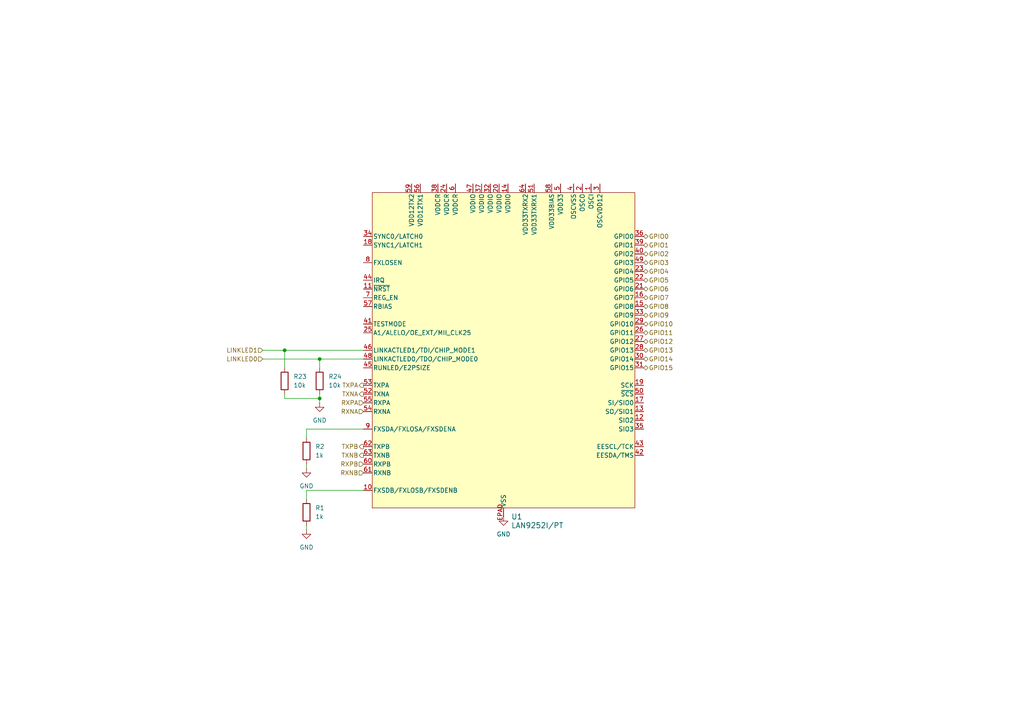
<source format=kicad_sch>
(kicad_sch (version 20231120) (generator "eeschema") (generator_version "8.0")
  (paper "A4")
  (lib_symbols
    (symbol "Device:R" (pin_numbers hide) (pin_names (offset 0))
      (property "Reference" "R" (at 2.032 0 90))
      (property "Value" "R" (at 0 0 90))
      (symbol "R_0_1"
        (rectangle (start -1.016 -2.54) (end 1.016 2.54) (stroke (width 0.254)))
      )
      (symbol "R_1_1"
        (pin passive line (at 0 3.81 270) (length 1.27) (name "~") (number "1"))
        (pin passive line (at 0 -3.81 90) (length 1.27) (name "~") (number "2"))
      )
    )
    (symbol "NITNC:LAN9252I_PT" (pin_names (offset 0.254))
      (property "Reference" "U" (at 106.68 10.16 0))
      (property "Value" "LAN9252I/PT" (at 106.68 7.62 0))
      (symbol "LAN9252I_PT_0_1"
        (pin power_in line (at 25.4 2.54 270) (length 2.54) (name "OSCI") (number "1"))
        (pin unspecified line (at -40.64 -86.36 0) (length 2.54) (name "FXSDB/FXLOSB/FXSDENB") (number "10"))
        (pin power_in line (at 1.27 2.54 270) (length 2.54) (name "VDDIO") (number "14"))
        (pin unspecified line (at -40.64 -15.24 0) (length 2.54) (name "SYNC1/LATCH1") (number "18"))
        (pin power_in line (at 22.86 2.54 270) (length 2.54) (name "OSCO") (number "2"))
        (pin power_in line (at -1.27 2.54 270) (length 2.54) (name "VDDIO") (number "20"))
        (pin power_in line (at -16.51 2.54 270) (length 2.54) (name "VDDCR") (number "24"))
        (pin unspecified line (at -40.64 -40.64 0) (length 2.54) (name "A1/ALELO/OE_EXT/MII_CLK25") (number "25"))
        (pin power_in line (at 27.94 2.54 270) (length 2.54) (name "OSCVDD12") (number "3"))
        (pin power_in line (at -3.81 2.54 270) (length 2.54) (name "VDDIO") (number "32"))
        (pin unspecified line (at -40.64 -12.7 0) (length 2.54) (name "SYNC0/LATCH0") (number "34"))
        (pin power_in line (at -6.35 2.54 270) (length 2.54) (name "VDDIO") (number "37"))
        (pin power_in line (at -19.05 2.54 270) (length 2.54) (name "VDDCR") (number "38"))
        (pin power_in line (at 20.32 2.54 270) (length 2.54) (name "OSCVSS") (number "4"))
        (pin unspecified line (at -40.64 -38.1 0) (length 2.54) (name "TESTMODE") (number "41"))
        (pin unspecified line (at 40.64 -76.2 180) (length 2.54) (name "EESDA/TMS") (number "42"))
        (pin unspecified line (at 40.64 -73.66 180) (length 2.54) (name "EESCL/TCK") (number "43"))
        (pin unspecified line (at -40.64 -25.4 0) (length 2.54) (name "IRQ") (number "44"))
        (pin unspecified line (at -40.64 -50.8 0) (length 2.54) (name "RUNLED/E2PSIZE") (number "45"))
        (pin unspecified line (at -40.64 -45.72 0) (length 2.54) (name "LINKACTLED1/TDI/CHIP_MODE1") (number "46"))
        (pin power_in line (at -8.89 2.54 270) (length 2.54) (name "VDDIO") (number "47"))
        (pin unspecified line (at -40.64 -48.26 0) (length 2.54) (name "LINKACTLED0/TDO/CHIP_MODE0") (number "48"))
        (pin power_in line (at 16.51 2.54 270) (length 2.54) (name "VDD33") (number "5"))
        (pin power_in line (at 8.89 2.54 270) (length 2.54) (name "VDD33TXRX1") (number "51"))
        (pin unspecified line (at -40.64 -58.42 0) (length 2.54) (name "TXNA") (number "52"))
        (pin unspecified line (at -40.64 -55.88 0) (length 2.54) (name "TXPA") (number "53"))
        (pin unspecified line (at -40.64 -63.5 0) (length 2.54) (name "RXNA") (number "54"))
        (pin unspecified line (at -40.64 -60.96 0) (length 2.54) (name "RXPA") (number "55"))
        (pin power_in line (at -24.13 2.54 270) (length 2.54) (name "VDD12TX1") (number "56"))
        (pin unspecified line (at -40.64 -33.02 0) (length 2.54) (name "RBIAS") (number "57"))
        (pin power_in line (at 13.97 2.54 270) (length 2.54) (name "VDD33BIAS") (number "58"))
        (pin power_in line (at -26.67 2.54 270) (length 2.54) (name "VDD12TX2") (number "59"))
        (pin power_in line (at -13.97 2.54 270) (length 2.54) (name "VDDCR") (number "6"))
        (pin unspecified line (at -40.64 -78.74 0) (length 2.54) (name "RXPB") (number "60"))
        (pin unspecified line (at -40.64 -81.28 0) (length 2.54) (name "RXNB") (number "61"))
        (pin unspecified line (at -40.64 -73.66 0) (length 2.54) (name "TXPB") (number "62"))
        (pin unspecified line (at -40.64 -76.2 0) (length 2.54) (name "TXNB") (number "63"))
        (pin power_in line (at 6.35 2.54 270) (length 2.54) (name "VDD33TXRX2") (number "64"))
        (pin unspecified line (at -40.64 -30.48 0) (length 2.54) (name "REG_EN") (number "7"))
        (pin unspecified line (at -40.64 -20.32 0) (length 2.54) (name "FXLOSEN") (number "8"))
        (pin unspecified line (at -40.64 -68.58 0) (length 2.54) (name "FXSDA/FXLOSA/FXSDENA") (number "9"))
      )
      (symbol "LAN9252I_PT_1_1"
        (rectangle (start -38.1 0) (end 38.1 -91.44) (fill (type background)))
        (pin unspecified line (at -40.64 -27.94 0) (length 2.54) (name "~{NRST}") (number "11"))
        (pin unspecified line (at 40.64 -66.04 180) (length 2.54) (name "SIO2") (number "12"))
        (pin unspecified line (at 40.64 -63.5 180) (length 2.54) (name "SO/SIO1") (number "13"))
        (pin bidirectional line (at 40.64 -33.02 180) (length 2.54) (name "GPIO8") (number "15"))
        (pin bidirectional line (at 40.64 -30.48 180) (length 2.54) (name "GPIO7") (number "16"))
        (pin unspecified line (at 40.64 -60.96 180) (length 2.54) (name "SI/SIO0") (number "17"))
        (pin unspecified line (at 40.64 -55.88 180) (length 2.54) (name "SCK") (number "19"))
        (pin bidirectional line (at 40.64 -27.94 180) (length 2.54) (name "GPIO6") (number "21"))
        (pin bidirectional line (at 40.64 -25.4 180) (length 2.54) (name "GPIO5") (number "22"))
        (pin bidirectional line (at 40.64 -22.86 180) (length 2.54) (name "GPIO4") (number "23"))
        (pin bidirectional line (at 40.64 -40.64 180) (length 2.54) (name "GPIO11") (number "26"))
        (pin bidirectional line (at 40.64 -43.18 180) (length 2.54) (name "GPIO12") (number "27"))
        (pin bidirectional line (at 40.64 -45.72 180) (length 2.54) (name "GPIO13") (number "28"))
        (pin bidirectional line (at 40.64 -38.1 180) (length 2.54) (name "GPIO10") (number "29"))
        (pin bidirectional line (at 40.64 -48.26 180) (length 2.54) (name "GPIO14") (number "30"))
        (pin bidirectional line (at 40.64 -50.8 180) (length 2.54) (name "GPIO15") (number "31"))
        (pin bidirectional line (at 40.64 -35.56 180) (length 2.54) (name "GPIO9") (number "33"))
        (pin unspecified line (at 40.64 -68.58 180) (length 2.54) (name "SIO3") (number "35"))
        (pin bidirectional line (at 40.64 -12.7 180) (length 2.54) (name "GPIO0") (number "36"))
        (pin bidirectional line (at 40.64 -15.24 180) (length 2.54) (name "GPIO1") (number "39"))
        (pin bidirectional line (at 40.64 -17.78 180) (length 2.54) (name "GPIO2") (number "40"))
        (pin bidirectional line (at 40.64 -20.32 180) (length 2.54) (name "GPIO3") (number "49"))
        (pin unspecified line (at 40.64 -58.42 180) (length 2.54) (name "~{SCS}") (number "50"))
        (pin power_out line (at 0 -93.98 90) (length 2.54) (name "VSS") (number "EPAD"))
      )
    )
    (symbol "power:GND" (power) (pin_numbers hide) (pin_names (offset 0) hide)
      (property "Value" "GND" (at 0 -3.81 0))
      (symbol "GND_0_1"
        (polyline (pts (xy 0 0) (xy 0 -1.27) (xy 1.27 -1.27) (xy 0 -2.54) (xy -1.27 -1.27) (xy 0 -1.27)))
      )
      (symbol "GND_1_1"
        (pin power_in line (at 0 0 270) (length 0) (name "~") (number "1"))
      )
    )
  )
  (junction (at 92.71 115.57))
  (junction (at 92.71 104.14))
  (junction (at 82.55 101.6))
  (wire (pts (xy 82.55 114.3) (xy 82.55 115.57)))
  (wire (pts (xy 92.71 114.3) (xy 92.71 115.57)))
  (wire (pts (xy 88.9 134.62) (xy 88.9 135.89)))
  (wire (pts (xy 82.55 101.6) (xy 82.55 106.68)))
  (wire (pts (xy 88.9 142.24) (xy 105.41 142.24)))
  (wire (pts (xy 88.9 124.46) (xy 105.41 124.46)))
  (wire (pts (xy 76.2 101.6) (xy 82.55 101.6)))
  (wire (pts (xy 92.71 115.57) (xy 92.71 116.84)))
  (wire (pts (xy 88.9 144.78) (xy 88.9 142.24)))
  (wire (pts (xy 76.2 104.14) (xy 92.71 104.14)))
  (wire (pts (xy 88.9 127) (xy 88.9 124.46)))
  (wire (pts (xy 88.9 152.4) (xy 88.9 153.67)))
  (wire (pts (xy 82.55 101.6) (xy 105.41 101.6)))
  (wire (pts (xy 92.71 104.14) (xy 105.41 104.14)))
  (wire (pts (xy 82.55 115.57) (xy 92.71 115.57)))
  (wire (pts (xy 92.71 104.14) (xy 92.71 106.68)))
  (hierarchical_label "LINKLED0" (shape input) (at 76.2 104.14 180))
  (hierarchical_label "GPIO1" (shape bidirectional) (at 186.69 71.12 0))
  (hierarchical_label "RXPB" (shape input) (at 105.41 134.62 180))
  (hierarchical_label "RXPA" (shape input) (at 105.41 116.84 180))
  (hierarchical_label "RXNB" (shape input) (at 105.41 137.16 180))
  (hierarchical_label "GPIO8" (shape bidirectional) (at 186.69 88.9 0))
  (hierarchical_label "TXPA" (shape output) (at 105.41 111.76 180))
  (hierarchical_label "GPIO15" (shape bidirectional) (at 186.69 106.68 0))
  (hierarchical_label "TXNB" (shape output) (at 105.41 132.08 180))
  (hierarchical_label "GPIO10" (shape bidirectional) (at 186.69 93.98 0))
  (hierarchical_label "GPIO12" (shape bidirectional) (at 186.69 99.06 0))
  (hierarchical_label "GPIO2" (shape bidirectional) (at 186.69 73.66 0))
  (hierarchical_label "RXNA" (shape input) (at 105.41 119.38 180))
  (hierarchical_label "GPIO14" (shape bidirectional) (at 186.69 104.14 0))
  (hierarchical_label "LINKLED1" (shape input) (at 76.2 101.6 180))
  (hierarchical_label "GPIO9" (shape bidirectional) (at 186.69 91.44 0))
  (hierarchical_label "GPIO6" (shape bidirectional) (at 186.69 83.82 0))
  (hierarchical_label "GPIO13" (shape bidirectional) (at 186.69 101.6 0))
  (hierarchical_label "TXPB" (shape output) (at 105.41 129.54 180))
  (hierarchical_label "GPIO3" (shape bidirectional) (at 186.69 76.2 0))
  (hierarchical_label "GPIO4" (shape bidirectional) (at 186.69 78.74 0))
  (hierarchical_label "GPIO11" (shape bidirectional) (at 186.69 96.52 0))
  (hierarchical_label "TXNA" (shape output) (at 105.41 114.3 180))
  (hierarchical_label "GPIO0" (shape bidirectional) (at 186.69 68.58 0))
  (hierarchical_label "GPIO5" (shape bidirectional) (at 186.69 81.28 0))
  (hierarchical_label "GPIO7" (shape bidirectional) (at 186.69 86.36 0))
  (symbol (lib_id "NITNC:LAN9252I_PT") (at 146.05 55.88 0) (unit 1)
    (property "Reference" "U1" (at 148.2441 149.86 0) (effects (font (size 1.524 1.524)) (justify left)))
    (property "Value" "LAN9252I/PT" (at 148.2441 152.4 0) (effects (font (size 1.524 1.524)) (justify left)))
    (property "Footprint" "Package_QFP:TQFP-64-1EP_10x10mm_P0.5mm_EP8x8mm" (effects (hide yes)))
    (property "Datasheet" "LAN9252I/PT" (effects (hide yes)))
  )
  (symbol (lib_id "Device:R") (at 88.9 148.59 0) (unit 1)
    (property "Reference" "R1" (at 91.44 147.3199 0) (effects (justify left)))
    (property "Value" "1k" (at 91.44 149.8599 0) (effects (justify left)))
    (property "Description" "Resistor" (effects (hide yes)))
  )
  (symbol (lib_id "power:GND") (at 92.71 116.84 0) (unit 1)
    (property "Reference" "#PWR012" (effects (hide yes)))
    (property "Value" "GND" (at 92.71 121.92 0))
    (property "Description" "Power symbol creates a global label with name \"GND\" , ground" (effects (hide yes)))
  )
  (symbol (lib_id "power:GND") (at 146.05 149.86 0) (unit 1)
    (property "Reference" "#PWR01" (effects (hide yes)))
    (property "Value" "GND" (at 146.05 154.94 0))
    (property "Description" "Power symbol creates a global label with name \"GND\" , ground" (effects (hide yes)))
  )
  (symbol (lib_id "Device:R") (at 92.71 110.49 0) (unit 1)
    (property "Reference" "R24" (at 95.25 109.2199 0) (effects (justify left)))
    (property "Value" "10k" (at 95.25 111.7599 0) (effects (justify left)))
    (property "Description" "Resistor" (effects (hide yes)))
  )
  (symbol (lib_id "power:GND") (at 88.9 153.67 0) (unit 1)
    (property "Reference" "#PWR02" (effects (hide yes)))
    (property "Value" "GND" (at 88.9 158.75 0))
    (property "Description" "Power symbol creates a global label with name \"GND\" , ground" (effects (hide yes)))
  )
  (symbol (lib_id "power:GND") (at 88.9 135.89 0) (unit 1)
    (property "Reference" "#PWR03" (effects (hide yes)))
    (property "Value" "GND" (at 88.9 140.97 0))
    (property "Description" "Power symbol creates a global label with name \"GND\" , ground" (effects (hide yes)))
  )
  (symbol (lib_id "Device:R") (at 82.55 110.49 0) (unit 1)
    (property "Reference" "R23" (at 85.09 109.2199 0) (effects (justify left)))
    (property "Value" "10k" (at 85.09 111.7599 0) (effects (justify left)))
    (property "Description" "Resistor" (effects (hide yes)))
  )
  (symbol (lib_id "Device:R") (at 88.9 130.81 0) (unit 1)
    (property "Reference" "R2" (at 91.44 129.5399 0) (effects (justify left)))
    (property "Value" "1k" (at 91.44 132.0799 0) (effects (justify left)))
    (property "Description" "Resistor" (effects (hide yes)))
  )
)
</source>
